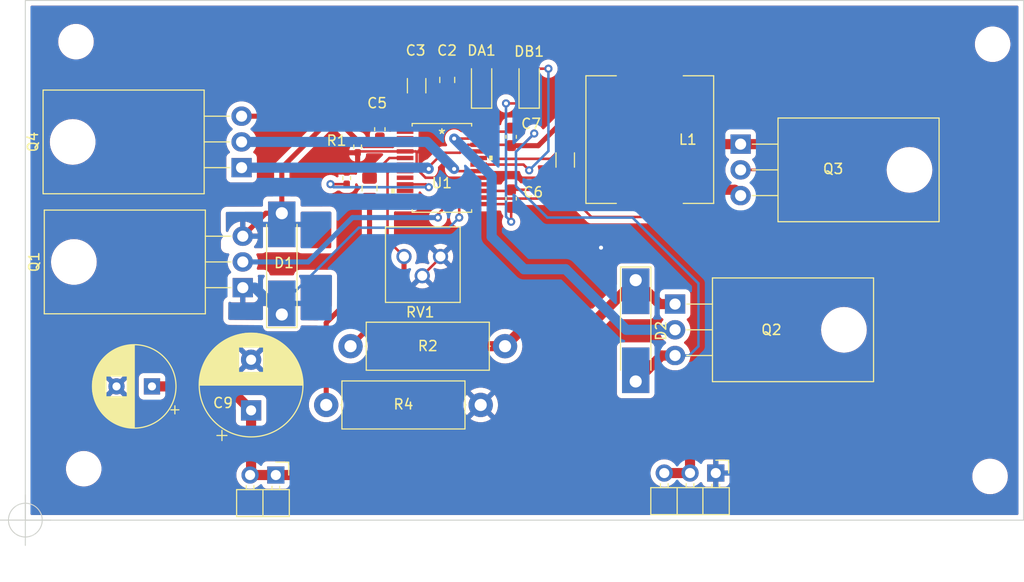
<source format=kicad_pcb>
(kicad_pcb (version 20211014) (generator pcbnew)
  (layers (0 "F.Cu" signal) (31 "B.Cu" signal) (34 "B.Paste" user) (35 "F.Paste" user) (36 "B.SilkS" user "B.Silkscreen") (37 "F.SilkS" user "F.Silkscreen") (38 "B.Mask" user) (39 "F.Mask" user) (44 "Edge.Cuts" user))
  (net 0 "")
  (net 1 "Vsense")
  (net 2 "Vout")
  (net 3 "FCB")
  (net 4 "Net-(C4-Pad2)")
  (net 5 "SENSE+")
  (net 6 "Vin")
  (net 7 "TG2")
  (net 8 "SW2")
  (net 9 "SW1")
  (net 10 "BG1")
  (net 11 "BG2")
  (net 12 "TG1")
  (net 14 "SS")
  (net 15 "Ith")
  (net 20 "Boost2")
  (net 21 "INTVCC")
  (net 23 "Boost1")
  (net 24 "GND")
  (footprint "Capacitor_SMD:C_1206_3216Metric_Pad1.33x1.80mm_HandSolder" (layer "F.Cu") (at 144.6 82.58 -90)
    (fp_text reference "C3" (at -3.48 0.1 180) (layer "F.SilkS"))
    (fp_text value "1uF" hide)
    (pad "1" smd roundrect (at -1.5625 0 270) (size 1.325 1.8) (layers "F.Cu" "F.Paste" "F.Mask") (roundrect_rratio 0.1886792453) (net 21 "INTVCC"))
    (pad "2" smd roundrect (at 1.5625 0 270) (size 1.325 1.8) (layers "F.Cu" "F.Paste" "F.Mask") (roundrect_rratio 0.1886792453) (net 24 "GND"))
  )
  (footprint "Diode_SMD:D_SOD-123" (layer "F.Cu") (at 151.01 82.55 90)
    (fp_text reference "DA1" (at 3.45 -0.01 180) (layer "F.SilkS"))
    (fp_text value "MBR0540L" hide)
    (pad "1" smd rect (at -1.65 0 90) (size 0.9 1.2) (layers "F.Cu" "F.Paste" "F.Mask") (net 23 "Boost1"))
    (pad "2" smd rect (at 1.65 0 90) (size 0.9 1.2) (layers "F.Cu" "F.Paste" "F.Mask") (net 21 "INTVCC"))
  )
  (footprint "Capacitor_THT:CP_Radial_D8.0mm_P3.50mm" (layer "F.Cu") (at 118.492651 112.268 180)
    (fp_text reference "C8" hide)
    (fp_text value "100uF" hide)
    (pad "1" thru_hole rect (at 0 0 180) (size 1.6 1.6) (drill 0.8) (layers *.Cu *.Mask) (net 2 "Vout"))
    (pad "2" thru_hole circle (at 3.5 0 180) (size 1.6 1.6) (drill 0.8) (layers *.Cu *.Mask) (net 24 "GND"))
  )
  (footprint "Resistor_SMD:R_0402_1005Metric_Pad0.72x0.64mm_HandSolder" (layer "F.Cu") (at 137.7 91.7025 -90)
    (fp_text reference "R3" hide)
    (fp_text value "0Ohm" hide)
    (pad "1" smd roundrect (at -0.5975 0 270) (size 0.715 0.64) (layers "F.Cu" "F.Paste" "F.Mask") (net 24 "GND"))
    (pad "2" smd roundrect (at 0.5975 0 270) (size 0.715 0.64) (layers "F.Cu" "F.Paste" "F.Mask") (net 3 "FCB"))
  )
  (footprint "Diode_SMD:D_MELF-RM10_Universal_Handsoldering" (layer "F.Cu") (at 131.3 100.17 90)
    (fp_text reference "D1" (at 0.09 0.22 180) (layer "F.SilkS"))
    (fp_text value "SS34-E3" hide)
    (pad "1" thru_hole rect (at -5 0 90) (size 4.5 2.7) (drill 1.19888 (offset 1.1 0)) (layers *.Cu *.Mask) (net 8 "SW2"))
    (pad "2" thru_hole rect (at 5 0 270) (size 4.5 2.7) (drill 1.19888 (offset 1.1 0)) (layers *.Cu *.Mask) (net 5 "SENSE+"))
  )
  (footprint "MountingHole:MountingHole_2.5mm" (layer "F.Cu") (at 201.422 78.486)
    (fp_text reference "H1" hide)
    (fp_text value "MountingHole" hide)
    (pad "" np_thru_hole circle (at 0 0) (size 2.5 2.5) (drill 2.5) (layers *.Cu *.Mask))
  )
  (footprint "Resistor_THT:R_Axial_DIN0414_L11.9mm_D4.5mm_P15.24mm_Horizontal" (layer "F.Cu") (at 138.08 108.3)
    (fp_text reference "R2" (at 7.62 -0.02) (layer "F.SilkS"))
    (fp_text value "105k" hide)
    (pad "1" thru_hole circle (at 0 0) (size 2.4 2.4) (drill 1.2) (layers *.Cu *.Mask) (net 1 "Vsense"))
    (pad "2" thru_hole oval (at 15.24 0) (size 2.4 2.4) (drill 1.2) (layers *.Cu *.Mask) (net 2 "Vout"))
  )
  (footprint "Imported:LTC3780IG-PBF" (layer "F.Cu") (at 147.09275 90.6925)
    (fp_text reference "U1" (at 0 1.5) (layer "F.SilkS"))
    (fp_text value "LTC3780IG-PBF" hide)
    (fp_text user "*" (at 0 -3.3) (layer "F.SilkS"))
    (pad "1" smd rect (at -3.6322 -3.57632) (size 1.639799 0.431) (layers "F.Cu" "F.Paste" "F.Mask"))
    (pad "2" smd rect (at -3.6322 -2.92608) (size 1.639799 0.431) (layers "F.Cu" "F.Paste" "F.Mask") (net 14 "SS"))
    (pad "3" smd rect (at -3.6322 -2.27584) (size 1.639799 0.431) (layers "F.Cu" "F.Paste" "F.Mask") (net 5 "SENSE+"))
    (pad "4" smd rect (at -3.6322 -1.6256) (size 1.639799 0.431) (layers "F.Cu" "F.Paste" "F.Mask") (net 24 "GND"))
    (pad "5" smd rect (at -3.6322 -0.97536) (size 1.639799 0.431) (layers "F.Cu" "F.Paste" "F.Mask") (net 15 "Ith"))
    (pad "6" smd rect (at -3.6322 -0.32512) (size 1.639799 0.431) (layers "F.Cu" "F.Paste" "F.Mask") (net 1 "Vsense"))
    (pad "7" smd rect (at -3.6322 0.32512) (size 1.639799 0.431) (layers "F.Cu" "F.Paste" "F.Mask") (net 24 "GND"))
    (pad "8" smd rect (at -3.6322 0.97536) (size 1.639799 0.431) (layers "F.Cu" "F.Paste" "F.Mask"))
    (pad "9" smd rect (at -3.6322 1.6256) (size 1.639799 0.431) (layers "F.Cu" "F.Paste" "F.Mask") (net 3 "FCB"))
    (pad "10" smd rect (at -3.6322 2.27584) (size 1.639799 0.431) (layers "F.Cu" "F.Paste" "F.Mask"))
    (pad "11" smd rect (at -3.6322 2.92608) (size 1.639799 0.431) (layers "F.Cu" "F.Paste" "F.Mask"))
    (pad "12" smd rect (at -3.6322 3.57632) (size 1.639799 0.431) (layers "F.Cu" "F.Paste" "F.Mask"))
    (pad "13" smd rect (at 3.6322 3.57632) (size 1.639799 0.431) (layers "F.Cu" "F.Paste" "F.Mask") (net 20 "Boost2"))
    (pad "14" smd rect (at 3.6322 2.92608) (size 1.639799 0.431) (layers "F.Cu" "F.Paste" "F.Mask") (net 7 "TG2"))
    (pad "15" smd rect (at 3.6322 2.27584) (size 1.639799 0.431) (layers "F.Cu" "F.Paste" "F.Mask") (net 8 "SW2"))
    (pad "16" smd rect (at 3.6322 1.6256) (size 1.639799 0.431) (layers "F.Cu" "F.Paste" "F.Mask") (net 11 "BG2"))
    (pad "17" smd rect (at 3.6322 0.97536) (size 1.639799 0.431) (layers "F.Cu" "F.Paste" "F.Mask") (net 24 "GND"))
    (pad "18" smd rect (at 3.6322 0.32512) (size 1.639799 0.431) (layers "F.Cu" "F.Paste" "F.Mask") (net 10 "BG1"))
    (pad "19" smd rect (at 3.6322 -0.32512) (size 1.639799 0.431) (layers "F.Cu" "F.Paste" "F.Mask") (net 21 "INTVCC"))
    (pad "20" smd rect (at 3.6322 -0.97536) (size 1.639799 0.431) (layers "F.Cu" "F.Paste" "F.Mask"))
    (pad "21" smd rect (at 3.6322 -1.6256) (size 1.639799 0.431) (layers "F.Cu" "F.Paste" "F.Mask") (net 6 "Vin"))
    (pad "22" smd rect (at 3.6322 -2.27584) (size 1.639799 0.431) (layers "F.Cu" "F.Paste" "F.Mask") (net 9 "SW1"))
    (pad "23" smd rect (at 3.6322 -2.92608) (size 1.639799 0.431) (layers "F.Cu" "F.Paste" "F.Mask") (net 12 "TG1"))
    (pad "24" smd rect (at 3.6322 -3.57632) (size 1.639799 0.431) (layers "F.Cu" "F.Paste" "F.Mask") (net 23 "Boost1"))
  )
  (footprint "Package_TO_SOT_THT:TO-220-3_Horizontal_TabDown" (layer "F.Cu") (at 170.094 104.14 -90)
    (fp_text reference "Q2" (at 2.54 -9.506 180) (layer "F.SilkS"))
    (fp_text value "RX3G07CGNC16" hide)
    (pad "" np_thru_hole oval (at 2.54 -16.66 270) (size 3.5 3.5) (drill 3.5) (layers *.Cu *.Mask))
    (pad "1" thru_hole rect (at 0 0 270) (size 1.905 2) (drill 1.1) (layers *.Cu *.Mask) (net 2 "Vout"))
    (pad "2" thru_hole oval (at 2.54 0 270) (size 1.905 2) (drill 1.1) (layers *.Cu *.Mask) (net 12 "TG1"))
    (pad "3" thru_hole oval (at 5.08 0 270) (size 1.905 2) (drill 1.1) (layers *.Cu *.Mask) (net 9 "SW1"))
  )
  (footprint "Resistor_THT:R_Axial_DIN0414_L11.9mm_D4.5mm_P15.24mm_Horizontal" (layer "F.Cu") (at 150.92 114.1 180)
    (fp_text reference "R4" (at 7.62 0.062) (layer "F.SilkS"))
    (fp_text value "20k" hide)
    (pad "1" thru_hole circle (at 0 0 180) (size 2.4 2.4) (drill 1.2) (layers *.Cu *.Mask) (net 24 "GND"))
    (pad "2" thru_hole oval (at 15.24 0 180) (size 2.4 2.4) (drill 1.2) (layers *.Cu *.Mask) (net 4 "Net-(C4-Pad2)"))
  )
  (footprint "Package_TO_SOT_THT:TO-220-3_Horizontal_TabDown" (layer "F.Cu") (at 127.45 102.52 90)
    (fp_text reference "Q1" (at 2.54 -20.58 90) (layer "F.SilkS"))
    (fp_text value "RX3G07CGNC16" hide)
    (pad "" np_thru_hole oval (at 2.54 -16.66 90) (size 3.5 3.5) (drill 3.5) (layers *.Cu *.Mask))
    (pad "1" thru_hole rect (at 0 0 90) (size 1.905 2) (drill 1.1) (layers *.Cu *.Mask) (net 8 "SW2"))
    (pad "2" thru_hole oval (at 2.54 0 90) (size 1.905 2) (drill 1.1) (layers *.Cu *.Mask) (net 11 "BG2"))
    (pad "3" thru_hole oval (at 5.08 0 90) (size 1.905 2) (drill 1.1) (layers *.Cu *.Mask) (net 5 "SENSE+"))
  )
  (footprint "Package_TO_SOT_THT:TO-220-3_Horizontal_TabDown" (layer "F.Cu") (at 176.56 88.35 -90)
    (fp_text reference "Q3" (at 2.44 -9.13 180) (layer "F.SilkS"))
    (fp_text value "RX3G07CGNC16" hide)
    (pad "" np_thru_hole oval (at 2.54 -16.66 270) (size 3.5 3.5) (drill 3.5) (layers *.Cu *.Mask))
    (pad "1" thru_hole rect (at 0 0 270) (size 1.905 2) (drill 1.1) (layers *.Cu *.Mask) (net 6 "Vin"))
    (pad "2" thru_hole oval (at 2.54 0 270) (size 1.905 2) (drill 1.1) (layers *.Cu *.Mask) (net 7 "TG2"))
    (pad "3" thru_hole oval (at 5.08 0 270) (size 1.905 2) (drill 1.1) (layers *.Cu *.Mask) (net 8 "SW2"))
  )
  (footprint "MountingHole:MountingHole_2.5mm" (layer "F.Cu") (at 111.76 120.396)
    (fp_text reference "H4" hide)
    (fp_text value "MountingHole" hide)
    (pad "" np_thru_hole circle (at 0 0) (size 2.5 2.5) (drill 2.5) (layers *.Cu *.Mask))
  )
  (footprint "Custom:PinHeader_1x03_P2.54mm_Horizontal" (layer "F.Cu") (at 174.11 120.825 -90)
    (fp_text reference "J1" hide)
    (fp_text value "PwrIn")
    (pad "1" thru_hole rect (at 0 0 270) (size 1.7 1.7) (drill 1) (layers *.Cu *.Mask) (net 24 "GND"))
    (pad "2" thru_hole oval (at 0 2.54 270) (size 1.7 1.7) (drill 1) (layers *.Cu *.Mask) (net 6 "Vin"))
    (pad "3" thru_hole oval (at 0 5.08 270) (size 1.7 1.7) (drill 1) (layers *.Cu *.Mask) (net 6 "Vin"))
  )
  (footprint "Capacitor_SMD:C_0603_1608Metric_Pad1.08x0.95mm_HandSolder" (layer "F.Cu") (at 140.97 86.868 90)
    (fp_text reference "C5" (at 2.568 -0.27 180) (layer "F.SilkS"))
    (fp_text value ".1uF" hide)
    (pad "1" smd roundrect (at -0.8625 0 90) (size 1.075 0.95) (layers "F.Cu" "F.Paste" "F.Mask") (net 14 "SS"))
    (pad "2" smd roundrect (at 0.8625 0 90) (size 1.075 0.95) (layers "F.Cu" "F.Paste" "F.Mask") (net 24 "GND"))
  )
  (footprint "Potentiometer_Imported:CT-6EW" (layer "F.Cu") (at 145.1555 100.0455 180)
    (fp_text reference "RV1" (at 0.2 -4.9) (layer "F.SilkS"))
    (fp_text value "~7.5K" hide)
    (pad "1" thru_hole circle (at 1.8 0.6 180) (size 1.4986 1.4986) (drill 0.9906) (layers *.Cu *.Mask) (net 1 "Vsense"))
    (pad "2" thru_hole circle (at 0 -1.3 180) (size 1.4986 1.4986) (drill 0.9906) (layers *.Cu *.Mask) (net 24 "GND"))
    (pad "3" thru_hole circle (at -1.8 0.6 180) (size 1.4986 1.4986) (drill 0.9906) (layers *.Cu *.Mask) (net 24 "GND"))
  )
  (footprint "Capacitor_THT:CP_Radial_D10.0mm_P5.00mm" (layer "F.Cu") (at 128.27 114.635677 90)
    (fp_text reference "C9" (at 0.735677 -2.77 180) (layer "F.SilkS"))
    (fp_text value "330uF" hide)
    (pad "1" thru_hole rect (at 0 0 90) (size 2 2) (drill 1) (layers *.Cu *.Mask) (net 2 "Vout"))
    (pad "2" thru_hole circle (at 5 0 90) (size 2 2) (drill 1) (layers *.Cu *.Mask) (net 24 "GND"))
  )
  (footprint "Capacitor_SMD:C_0805_2012Metric_Pad1.18x1.45mm_HandSolder" (layer "F.Cu") (at 139.954 92.71 -90)
    (fp_text reference "C4" hide)
    (fp_text value "2200pF" hide)
    (pad "1" smd roundrect (at -1.0375 0 270) (size 1.175 1.45) (layers "F.Cu" "F.Paste" "F.Mask") (roundrect_rratio 0.2127659574) (net 15 "Ith"))
    (pad "2" smd roundrect (at 1.0375 0 270) (size 1.175 1.45) (layers "F.Cu" "F.Paste" "F.Mask") (roundrect_rratio 0.2127659574) (net 4 "Net-(C4-Pad2)"))
  )
  (footprint "MountingHole:MountingHole_2.5mm" (layer "F.Cu") (at 201.168 121.158)
    (fp_text reference "H3" hide)
    (fp_text value "MountingHole" hide)
    (pad "" np_thru_hole circle (at 0 0) (size 2.5 2.5) (drill 2.5) (layers *.Cu *.Mask))
  )
  (footprint "Inductor_SMD:L_12x12mm_H8mm" (layer "F.Cu") (at 167.6 87.9 -90)
    (fp_text reference "L1" (at 0 -3.75 180) (layer "F.SilkS"))
    (fp_text value "4.7uH" hide)
    (pad "1" smd rect (at -4.95 0 270) (size 2.9 5.4) (layers "F.Cu" "F.Paste" "F.Mask") (net 9 "SW1"))
    (pad "2" smd rect (at 4.95 0 270) (size 2.9 5.4) (layers "F.Cu" "F.Paste" "F.Mask") (net 8 "SW2"))
  )
  (footprint "Capacitor_SMD:C_0603_1608Metric_Pad1.08x0.95mm_HandSolder" (layer "F.Cu") (at 153.924 87.63 90)
    (fp_text reference "C7" (at 1.29 1.966 180) (layer "F.SilkS"))
    (fp_text value ".1uF" hide)
    (pad "1" smd roundrect (at -0.8625 0 90) (size 1.075 0.95) (layers "F.Cu" "F.Paste" "F.Mask") (net 9 "SW1"))
    (pad "2" smd roundrect (at 0.8625 0 90) (size 1.075 0.95) (layers "F.Cu" "F.Paste" "F.Mask") (net 23 "Boost1"))
  )
  (footprint "Resistor_SMD:R_0402_1005Metric_Pad0.72x0.64mm_HandSolder" (layer "F.Cu") (at 138.78 88.6 -90)
    (fp_text reference "R1" (at -0.6 2.08 180) (layer "F.SilkS"))
    (fp_text value "10mOhm" hide)
    (pad "1" smd roundrect (at -0.5975 0 270) (size 0.715 0.64) (layers "F.Cu" "F.Paste" "F.Mask") (net 5 "SENSE+"))
    (pad "2" smd roundrect (at 0.5975 0 270) (size 0.715 0.64) (layers "F.Cu" "F.Paste" "F.Mask") (net 24 "GND"))
  )
  (footprint "Custom:PinHeader_1x02_P2.54mm_Horizontal" (layer "F.Cu") (at 130.71 121.02 -90)
    (fp_text reference "J2" hide)
    (fp_text value "PwrOut")
    (pad "1" thru_hole rect (at 0 0 270) (size 1.7 1.7) (drill 1) (layers *.Cu *.Mask) (net 2 "Vout"))
    (pad "2" thru_hole oval (at 0 2.54 270) (size 1.7 1.7) (drill 1) (layers *.Cu *.Mask) (net 2 "Vout"))
  )
  (footprint "Diode_SMD:D_MELF-RM10_Universal_Handsoldering" (layer "F.Cu") (at 166.21 106.78 -90)
    (fp_text reference "D2" (at 0 -2.5 90) (layer "F.SilkS"))
    (fp_text value "SS32-E3" hide)
    (pad "1" thru_hole rect (at -5 0 270) (size 4.5 2.7) (drill 1.19888 (offset 1.1 0)) (layers *.Cu *.Mask) (net 2 "Vout"))
    (pad "2" thru_hole rect (at 5 0 90) (size 4.5 2.7) (drill 1.19888 (offset 1.1 0)) (layers *.Cu *.Mask) (net 9 "SW1"))
  )
  (footprint "Capacitor_SMD:C_1206_3216Metric_Pad1.33x1.80mm_HandSolder" (layer "F.Cu") (at 159.258 89.916 -90)
    (fp_text reference "C1" hide)
    (fp_text value "22uF" hide)
    (pad "1" smd roundrect (at -1.5625 0 270) (size 1.325 1.8) (layers "F.Cu" "F.Paste" "F.Mask") (roundrect_rratio 0.1886792453) (net 6 "Vin"))
    (pad "2" smd roundrect (at 1.5625 0 270) (size 1.325 1.8) (layers "F.Cu" "F.Paste" "F.Mask") (roundrect_rratio 0.1886792453) (net 24 "GND"))
  )
  (footprint "Capacitor_SMD:C_0805_2012Metric_Pad1.18x1.45mm_HandSolder" (layer "F.Cu") (at 147.62 82.01 -90)
    (fp_text reference "C2" (at -2.91 0.02 180) (layer "F.SilkS"))
    (fp_text value "4.7uF" hide)
    (pad "1" smd roundrect (at -1.0375 0 270) (size 1.175 1.45) (layers "F.Cu" "F.Paste" "F.Mask") (roundrect_rratio 0.2127659574) (net 21 "INTVCC"))
    (pad "2" smd roundrect (at 1.0375 0 270) (size 1.175 1.45) (layers "F.Cu" "F.Paste" "F.Mask") (roundrect_rratio 0.2127659574) (net 24 "GND"))
  )
  (footprint "Capacitor_SMD:C_0603_1608Metric_Pad1.08x0.95mm_HandSolder" (layer "F.Cu") (at 153.924 93.726 -90)
    (fp_text reference "C6" (at -0.626 -2.176 180) (layer "F.SilkS"))
    (fp_text value ".1uF" hide)
    (pad "1" smd roundrect (at -0.8625 0 270) (size 1.075 0.95) (layers "F.Cu" "F.Paste" "F.Mask") (net 8 "SW2"))
    (pad "2" smd roundrect (at 0.8625 0 270) (size 1.075 0.95) (layers "F.Cu" "F.Paste" "F.Mask") (net 20 "Boost2"))
  )
  (footprint "Package_TO_SOT_THT:TO-220-3_Horizontal_TabDown" (layer "F.Cu") (at 127.33 90.67 90)
    (fp_text reference "Q4" (at 2.54 -20.58 90) (layer "F.SilkS"))
    (fp_text value "RX3G07CGNC16")
    (pad "" np_thru_hole oval (at 2.54 -16.66 90) (size 3.5 3.5) (drill 3.5) (layers *.Cu *.Mask))
    (pad "1" thru_hole rect (at 0 0 90) (size 1.905 2) (drill 1.1) (layers *.Cu *.Mask) (net 9 "SW1"))
    (pad "2" thru_hole oval (at 2.54 0 90) (size 1.905 2) (drill 1.1) (layers *.Cu *.Mask) (net 10 "BG1"))
    (pad "3" thru_hole oval (at 5.08 0 90) (size 1.905 2) (drill 1.1) (layers *.Cu *.Mask) (net 5 "SENSE+"))
  )
  (footprint "MountingHole:MountingHole_2.5mm" (layer "F.Cu") (at 110.998 78.232)
    (fp_text reference "H2" hide)
    (fp_text value "MountingHole" hide)
    (pad "" np_thru_hole circle (at 0 0) (size 2.5 2.5) (drill 2.5) (layers *.Cu *.Mask))
  )
  (footprint "Diode_SMD:D_SOD-123" (layer "F.Cu") (at 155.702 82.55 90)
    (fp_text reference "DB1" (at 3.35 -0.002 180) (layer "F.SilkS"))
    (fp_text value "MBR0540L" hide)
    (pad "1" smd rect (at -1.65 0 90) (size 0.9 1.2) (layers "F.Cu" "F.Paste" "F.Mask") (net 20 "Boost2"))
    (pad "2" smd rect (at 1.65 0 90) (size 0.9 1.2) (layers "F.Cu" "F.Paste" "F.Mask") (net 21 "INTVCC"))
  )
  (gr_rect (start 106 74.168) (end 204.478 125.476) (layer "Edge.Cuts") (width 0.1) (fill none))
  (target plus (at 106 125.47) (size 5) (width 0.1) (layer "Edge.Cuts"))
  (segment (start 143.3555 99.4455) (end 141.732 97.822) (width 0.25) (layer "F.Cu") (net 1))
  (segment (start 143.3555 103.0245) (end 143.3555 99.4455) (width 0.5) (layer "F.Cu") (net 1))
  (segment (start 141.732 97.822) (end 141.732 91.186) (width 0.25) (layer "F.Cu") (net 1))
  (segment (start 142.55062 90.36738) (end 143.46055 90.36738) (width 0.25) (layer "F.Cu") (net 1))
  (segment (start 141.732 91.186) (end 142.55062 90.36738) (width 0.25) (layer "F.Cu") (net 1))
  (segment (start 138.08 108.3) (end 143.3555 103.0245) (width 0.5) (layer "F.Cu") (net 1))
  (segment (start 141.175 121.025) (end 141.17 121.02) (width 1) (layer "F.Cu") (net 2))
  (segment (start 128.27 120.92) (end 128.17 121.02) (width 1) (layer "F.Cu") (net 2))
  (segment (start 168.57 104.14) (end 166.21 101.78) (width 1) (layer "F.Cu") (net 2))
  (segment (start 141.17 121.02) (end 128.17 121.02) (width 1) (layer "F.Cu") (net 2))
  (segment (start 128.27 114.635677) (end 128.27 120.92) (width 1) (layer "F.Cu") (net 2))
  (segment (start 153.32 108.3) (end 150.3 108.3) (width 1) (layer "F.Cu") (net 2))
  (segment (start 162.39 105.6) (end 166.21 101.78) (width 1) (layer "F.Cu") (net 2))
  (segment (start 170.094 104.14) (end 168.57 104.14) (width 1) (layer "F.Cu") (net 2))
  (segment (start 125.902323 112.268) (end 128.27 114.635677) (width 1) (layer "F.Cu") (net 2))
  (segment (start 146.5 115.7) (end 141.175 121.025) (width 1) (layer "F.Cu") (net 2))
  (segment (start 150.3 108.3) (end 146.5 112.1) (width 1) (layer "F.Cu") (net 2))
  (segment (start 118.492651 112.268) (end 125.902323 112.268) (width 1) (layer "F.Cu") (net 2))
  (segment (start 146.5 115.7) (end 146.5 112.1) (width 1) (layer "F.Cu") (net 2))
  (segment (start 153.32 108.3) (end 156.02 105.6) (width 1) (layer "F.Cu") (net 2))
  (segment (start 156.02 105.6) (end 162.39 105.6) (width 1) (layer "F.Cu") (net 2))
  (segment (start 136.1 92.3) (end 137.7 92.3) (width 0.25) (layer "F.Cu") (net 3))
  (segment (start 143.46055 92.3181) (end 145.5181 92.3181) (width 0.25) (layer "F.Cu") (net 3))
  (segment (start 145.5181 92.3181) (end 145.8 92.6) (width 0.25) (layer "F.Cu") (net 3))
  (via (at 136.1 92.3) (size 0.8) (drill 0.4) (layers "F.Cu" "B.Cu") (net 3))
  (via (at 145.8 92.6) (size 0.8) (drill 0.4) (layers "F.Cu" "B.Cu") (net 3))
  (segment (start 136.1 92.3) (end 136.4 92.6) (width 0.25) (layer "B.Cu") (net 3))
  (segment (start 136.4 92.6) (end 145.8 92.6) (width 0.25) (layer "B.Cu") (net 3))
  (segment (start 139.954 93.7475) (end 139.954 101.715022) (width 0.5) (layer "F.Cu") (net 4))
  (segment (start 135.68 105.989022) (end 135.68 114.1) (width 0.5) (layer "F.Cu") (net 4))
  (segment (start 139.954 101.715022) (end 135.68 105.989022) (width 0.5) (layer "F.Cu") (net 4))
  (segment (start 138.78 88.0025) (end 136.3755 85.598) (width 0.5) (layer "F.Cu") (net 5))
  (segment (start 142.44072 88.41666) (end 142.24 88.61738) (width 0.25) (layer "F.Cu") (net 5))
  (segment (start 131.3 95.17) (end 129.72 95.17) (width 0.5) (layer "F.Cu") (net 5))
  (segment (start 136.3755 85.598) (end 131.3 90.6735) (width 0.5) (layer "F.Cu") (net 5))
  (segment (start 136.3755 85.598) (end 136.3675 85.59) (width 0.5) (layer "F.Cu") (net 5))
  (segment (start 142.24 88.61738) (end 139.39488 88.61738) (width 0.25) (layer "F.Cu") (net 5))
  (segment (start 143.46055 88.41666) (end 142.44072 88.41666) (width 0.25) (layer "F.Cu") (net 5))
  (segment (start 129.72 95.17) (end 127.45 97.44) (width 0.5) (layer "F.Cu") (net 5))
  (segment (start 131.3 90.6735) (end 131.3 95.17) (width 0.5) (layer "F.Cu") (net 5))
  (segment (start 139.39488 88.61738) (end 138.78 88.0025) (width 0.25) (layer "F.Cu") (net 5))
  (segment (start 136.3675 85.59) (end 127.33 85.59) (width 0.5) (layer "F.Cu") (net 5))
  (segment (start 171.57 120.825) (end 169.03 120.825) (width 1) (layer "F.Cu") (net 6))
  (segment (start 181.87 88.35) (end 183.89 90.37) (width 1) (layer "F.Cu") (net 6))
  (segment (start 159.2615 88.35) (end 176.56 88.35) (width 1) (layer "F.Cu") (net 6))
  (segment (start 157.8115 89.8) (end 159.258 88.3535) (width 0.25) (layer "F.Cu") (net 6))
  (segment (start 176.56 88.35) (end 181.87 88.35) (width 1) (layer "F.Cu") (net 6))
  (segment (start 151.759131 89.0669) (end 152.492231 89.8) (width 0.25) (layer "F.Cu") (net 6))
  (segment (start 183.89 102.93) (end 171.57 115.25) (width 1) (layer "F.Cu") (net 6))
  (segment (start 150.72495 89.0669) (end 151.759131 89.0669) (width 0.25) (layer "F.Cu") (net 6))
  (segment (start 171.57 115.25) (end 171.57 120.825) (width 1) (layer "F.Cu") (net 6))
  (segment (start 183.89 90.37) (end 183.89 102.93) (width 1) (layer "F.Cu") (net 6))
  (segment (start 159.258 88.3535) (end 159.2615 88.35) (width 0.25) (layer "F.Cu") (net 6))
  (segment (start 152.492231 89.8) (end 157.8115 89.8) (width 0.25) (layer "F.Cu") (net 6))
  (segment (start 150.83189 93.72552) (end 150.72495 93.61858) (width 0.25) (layer "F.Cu") (net 7))
  (segment (start 180.02 95.54) (end 180.3 95.26) (width 0.25) (layer "F.Cu") (net 7))
  (segment (start 178.49 90.89) (end 176.56 90.89) (width 0.25) (layer "F.Cu") (net 7))
  (segment (start 180.3 95.26) (end 180.3 92.7) (width 0.25) (layer "F.Cu") (net 7))
  (segment (start 160.02552 93.72552) (end 161.84 95.54) (width 0.25) (layer "F.Cu") (net 7))
  (segment (start 161.84 95.54) (end 180.02 95.54) (width 0.25) (layer "F.Cu") (net 7))
  (segment (start 160.02552 93.72552) (end 150.83189 93.72552) (width 0.25) (layer "F.Cu") (net 7))
  (segment (start 180.3 92.7) (end 178.49 90.89) (width 0.25) (layer "F.Cu") (net 7))
  (segment (start 150.72495 92.96834) (end 149.690769 92.96834) (width 0.25) (layer "F.Cu") (net 8))
  (segment (start 175.98 92.85) (end 176.56 93.43) (width 1) (layer "F.Cu") (net 8))
  (segment (start 153.924 92.8635) (end 153.9375 92.85) (width 0.25) (layer "F.Cu") (net 8))
  (segment (start 148.8 93.859109) (end 148.8 95.6) (width 0.25) (layer "F.Cu") (net 8))
  (segment (start 150.72495 92.96834) (end 153.81916 92.96834) (width 0.25) (layer "F.Cu") (net 8))
  (segment (start 167.6 92.85) (end 175.98 92.85) (width 1) (layer "F.Cu") (net 8))
  (segment (start 149.690769 92.96834) (end 148.8 93.859109) (width 0.25) (layer "F.Cu") (net 8))
  (segment (start 153.9375 92.85) (end 167.6 92.85) (width 0.25) (layer "F.Cu") (net 8))
  (via (at 148.8 95.6) (size 0.8) (drill 0.4) (layers "F.Cu" "B.Cu") (net 8))
  (segment (start 147.8 96.6) (end 148.8 95.6) (width 0.25) (layer "B.Cu") (net 8))
  (segment (start 131.3 105.17) (end 131.3 104.2) (width 0.25) (layer "B.Cu") (net 8))
  (segment (start 131.3 105.17) (end 128.65 102.52) (width 1) (layer "B.Cu") (net 8))
  (segment (start 138.9 96.6) (end 147.8 96.6) (width 0.25) (layer "B.Cu") (net 8))
  (segment (start 128.65 102.52) (end 127.45 102.52) (width 1) (layer "B.Cu") (net 8))
  (segment (start 131.3 104.2) (end 138.9 96.6) (width 0.25) (layer "B.Cu") (net 8))
  (segment (start 162.15 82.95) (end 167.6 82.95) (width 0.5) (layer "F.Cu") (net 9))
  (segment (start 155.0075 88.4925) (end 153.924 88.4925) (width 0.25) (layer "F.Cu") (net 9))
  (segment (start 150.72495 88.41666) (end 149.655051 88.41666) (width 0.25) (layer "F.Cu") (net 9))
  (segment (start 153.924 88.4925) (end 153.84816 88.41666) (width 0.25) (layer "F.Cu") (net 9))
  (segment (start 147.2 89.2) (end 145.8 90.6) (width 0.25) (layer "F.Cu") (net 9))
  (segment (start 153.9315 88.5) (end 156.6 88.5) (width 0.5) (layer "F.Cu") (net 9))
  (segment (start 156.6 88.5) (end 162.15 82.95) (width 0.5) (layer "F.Cu") (net 9))
  (segment (start 153.84816 88.41666) (end 150.72495 88.41666) (width 0.25) (layer "F.Cu") (net 9))
  (segment (start 153.924 88.4925) (end 153.9315 88.5) (width 0.25) (layer "F.Cu") (net 9))
  (segment (start 145.8 90.6) (end 145.8 90.8) (width 0.5) (layer "F.Cu") (net 9))
  (segment (start 148.871711 89.2) (end 147.2 89.2) (width 0.25) (layer "F.Cu") (net 9))
  (segment (start 149.655051 88.41666) (end 148.871711 89.2) (width 0.25) (layer "F.Cu") (net 9))
  (segment (start 168.77 109.22) (end 166.21 111.78) (width 1) (layer "F.Cu") (net 9))
  (segment (start 170.094 109.22) (end 168.77 109.22) (width 1) (layer "F.Cu") (net 9))
  (segment (start 156.2 87.3) (end 155.0075 88.4925) (width 0.25) (layer "F.Cu") (net 9))
  (via (at 145.8 90.8) (size 0.8) (drill 0.4) (layers "F.Cu" "B.Cu") (net 9))
  (via (at 156.2 87.3) (size 0.8) (drill 0.4) (layers "F.Cu" "B.Cu") (net 9))
  (segment (start 156.2 87.3) (end 154.4 89.1) (width 0.25) (layer "B.Cu") (net 9))
  (segment (start 145.67 90.67) (end 145.8 90.8) (width 1) (layer "B.Cu") (net 9))
  (segment (start 157.5 95.6) (end 165.9 95.6) (width 0.25) (layer "B.Cu") (net 9))
  (segment (start 171.48 109.22) (end 170.094 109.22) (width 0.25) (layer "B.Cu") (net 9))
  (segment (start 154.4 92.5) (end 157.5 95.6) (width 0.25) (layer "B.Cu") (net 9))
  (segment (start 172.4 102.1) (end 172.4 108.3) (width 0.25) (layer "B.Cu") (net 9))
  (segment (start 127.33 90.67) (end 145.67 90.67) (width 1) (layer "B.Cu") (net 9))
  (segment (start 172.4 108.3) (end 171.48 109.22) (width 0.25) (layer "B.Cu") (net 9))
  (segment (start 165.9 95.6) (end 172.4 102.1) (width 0.25) (layer "B.Cu") (net 9))
  (segment (start 154.4 89.1) (end 154.4 92.5) (width 0.25) (layer "B.Cu") (net 9))
  (segment (start 148.51762 91.01762) (end 148.3 90.8) (width 0.25) (layer "F.Cu") (net 10))
  (segment (start 150.72495 91.01762) (end 148.51762 91.01762) (width 0.25) (layer "F.Cu") (net 10))
  (via (at 148.3 90.8) (size 0.8) (drill 0.4) (layers "F.Cu" "B.Cu") (net 10))
  (segment (start 145.63 88.13) (end 127.33 88.13) (width 1) (layer "B.Cu") (net 10))
  (segment (start 148.3 90.8) (end 145.63 88.13) (width 1) (layer "B.Cu") (net 10))
  (segment (start 146.7 95.273151) (end 146.7 95.6) (width 0.25) (layer "F.Cu") (net 11))
  (segment (start 149.655051 92.3181) (end 146.7 95.273151) (width 0.25) (layer "F.Cu") (net 11))
  (segment (start 150.72495 92.3181) (end 149.655051 92.3181) (width 0.25) (layer "F.Cu") (net 11))
  (via (at 146.7 95.6) (size 0.8) (drill 0.4) (layers "F.Cu" "B.Cu") (net 11))
  (segment (start 138.269022 95.6) (end 133.889022 99.98) (width 0.5) (layer "B.Cu") (net 11))
  (segment (start 146.7 95.6) (end 138.269022 95.6) (width 0.5) (layer "B.Cu") (net 11))
  (segment (start 133.889022 99.98) (end 127.45 99.98) (width 0.5) (layer "B.Cu") (net 11))
  (segment (start 150.69137 87.8) (end 150.72495 87.76642) (width 0.25) (layer "F.Cu") (net 12))
  (segment (start 148.3 87.8) (end 150.69137 87.8) (width 0.25) (layer "F.Cu") (net 12))
  (via (at 148.3 87.8) (size 0.8) (drill 0.4) (layers "F.Cu" "B.Cu") (net 12))
  (segment (start 165.28 106.68) (end 159.3 100.7) (width 1) (layer "B.Cu") (net 12))
  (segment (start 155.2 100.7) (end 152 97.5) (width 1) (layer "B.Cu") (net 12))
  (segment (start 159.3 100.7) (end 155.2 100.7) (width 1) (layer "B.Cu") (net 12))
  (segment (start 170.094 106.68) (end 165.28 106.68) (width 1) (layer "B.Cu") (net 12))
  (segment (start 152 91.5) (end 148.3 87.8) (width 1) (layer "B.Cu") (net 12))
  (segment (start 152 97.5) (end 152 91.5) (width 1) (layer "B.Cu") (net 12))
  (segment (start 141.00592 87.76642) (end 143.46055 87.76642) (width 0.25) (layer "F.Cu") (net 14))
  (segment (start 140.97 87.7305) (end 141.00592 87.76642) (width 0.25) (layer "F.Cu") (net 14))
  (segment (start 141.90936 89.71714) (end 143.46055 89.71714) (width 0.25) (layer "F.Cu") (net 15))
  (segment (start 139.954 91.6725) (end 141.90936 89.71714) (width 0.25) (layer "F.Cu") (net 15))
  (segment (start 153.924 94.5885) (end 153.924 96.012) (width 0.25) (layer "F.Cu") (net 20))
  (segment (start 155.574 84.328) (end 155.702 84.2) (width 0.25) (layer "F.Cu") (net 20))
  (segment (start 153.60432 94.26882) (end 153.924 94.5885) (width 0.25) (layer "F.Cu") (net 20))
  (segment (start 153.416 84.328) (end 155.574 84.328) (width 0.25) (layer "F.Cu") (net 20))
  (segment (start 150.72495 94.26882) (end 153.60432 94.26882) (width 0.25) (layer "F.Cu") (net 20))
  (via (at 153.416 84.328) (size 0.8) (drill 0.4) (layers "F.Cu" "B.Cu") (net 20))
  (via (at 153.924 96.012) (size 0.8) (drill 0.4) (layers "F.Cu" "B.Cu") (net 20))
  (segment (start 153.416 95.504) (end 153.924 96.012) (width 0.25) (layer "B.Cu") (net 20))
  (segment (start 153.416 84.328) (end 153.416 95.504) (width 0.25) (layer "B.Cu") (net 20))
  (segment (start 147.62 80.9725) (end 147.6925 80.9) (width 0.25) (layer "F.Cu") (net 21))
  (segment (start 144.6 81.0175) (end 147.575 81.0175) (width 0.25) (layer "F.Cu") (net 21))
  (segment (start 155.702 80.9) (end 157.6 80.9) (width 0.25) (layer "F.Cu") (net 21))
  (segment (start 147.6925 80.9) (end 151.01 80.9) (width 0.25) (layer "F.Cu") (net 21))
  (segment (start 150.72495 90.36738) (end 155.13738 90.36738) (width 0.25) (layer "F.Cu") (net 21))
  (segment (start 155.13738 90.36738) (end 155.702 90.932) (width 0.25) (layer "F.Cu") (net 21))
  (segment (start 151.01 80.9) (end 155.702 80.9) (width 0.25) (layer "F.Cu") (net 21))
  (segment (start 147.575 81.0175) (end 147.62 80.9725) (width 0.25) (layer "F.Cu") (net 21))
  (via (at 155.702 90.932) (size 0.8) (drill 0.4) (layers "F.Cu" "B.Cu") (net 21))
  (via (at 157.6 80.9) (size 0.8) (drill 0.4) (layers "F.Cu" "B.Cu") (net 21))
  (segment (start 157.6 89.034) (end 155.702 90.932) (width 0.25) (layer "B.Cu") (net 21))
  (segment (start 157.6 80.9) (end 157.6 89.034) (width 0.25) (layer "B.Cu") (net 21))
  (segment (start 150.72495 87.11618) (end 153.57532 87.11618) (width 0.25) (layer "F.Cu") (net 23))
  (segment (start 151.01 84.2) (end 151.01 86.83113) (width 0.25) (layer "F.Cu") (net 23))
  (segment (start 151.01 86.83113) (end 150.72495 87.11618) (width 0.25) (layer "F.Cu") (net 23))
  (segment (start 153.57532 87.11618) (end 153.924 86.7675) (width 0.25) (layer "F.Cu") (net 23))
  (segment (start 160.02 123.2) (end 150.92 114.1) (width 0.25) (layer "F.Cu") (net 24))
  (segment (start 144.60496 90.79504) (end 144.38238 91.01762) (width 0.25) (layer "F.Cu") (net 24))
  (segment (start 150.72495 91.66786) (end 159.06864 91.66786) (width 0.25) (layer "F.Cu") (net 24))
  (segment (start 144.60496 90.79504) (end 145.47778 91.66786) (width 0.25) (layer "F.Cu") (net 24))
  (segment (start 142.833 84.1425) (end 140.97 86.0055) (width 0.25) (layer "F.Cu") (net 24))
  (segment (start 173.6 123.2) (end 160.02 123.2) (width 0.25) (layer "F.Cu") (net 24))
  (segment (start 138.78 89.1975) (end 138.78 90.2225) (width 0.25) (layer "F.Cu") (net 24))
  (segment (start 138.78 89.1975) (end 138.9106 89.0669) (width 0.25) (layer "F.Cu") (net 24))
  (segment (start 145.47778 91.66786) (end 150.72495 91.66786) (width 0.25) (layer "F.Cu") (net 24))
  (segment (start 138.9106 89.0669) (end 143.46055 89.0669) (width 0.25) (layer "F.Cu") (net 24))
  (segment (start 145.1555 101.3455) (end 146.9555 99.5455) (width 0.25) (layer "F.Cu") (net 24))
  (segment (start 147.62 83.0475) (end 145.695 83.0475) (width 0.25) (layer "F.Cu") (net 24))
  (segment (start 144.530449 89.0669) (end 144.60496 89.141411) (width 0.25) (layer "F.Cu") (net 24))
  (segment (start 144.38238 91.01762) (end 143.46055 91.01762) (width 0.25) (layer "F.Cu") (net 24))
  (segment (start 174.11 122.69) (end 174.11 120.825) (width 0.25) (layer "F.Cu") (net 24))
  (segment (start 144.60496 89.141411) (end 144.60496 90.79504) (width 0.25) (layer "F.Cu") (net 24))
  (segment (start 173.6 123.2) (end 174.11 122.69) (width 0.25) (layer "F.Cu") (net 24))
  (segment (start 145.695 83.0475) (end 144.6 84.1425) (width 0.25) (layer "F.Cu") (net 24))
  (segment (start 144.8 84.3425) (end 144.6 84.1425) (width 0.25) (layer "F.Cu") (net 24))
  (segment (start 144.6 84.1425) (end 142.833 84.1425) (width 0.25) (layer "F.Cu") (net 24))
  (segment (start 146.9555 99.5455) (end 146.9555 99.4455) (width 0.25) (layer "F.Cu") (net 24))
  (segment (start 143.46055 89.0669) (end 144.530449 89.0669) (width 0.25) (layer "F.Cu") (net 24))
  (segment (start 138.78 90.2225) (end 137.7 91.3025) (width 0.25) (layer "F.Cu") (net 24))
  (segment (start 159.06864 91.66786) (end 159.258 91.4785) (width 0.25) (layer "F.Cu") (net 24))
  (via (at 162.79 98.57) (size 0.8) (drill 0.4) (layers "F.Cu" "B.Cu") (net 24))
  (zone (net 5) (net_name "SENSE+") (layers F&B.Cu) (name "SENSE+") (priority 2) (connect_pads (clearance 0.508)) (min_thickness 0.254) (fill yes (thermal_gap 0.508) (thermal_bridge_width 0.508))
    (polygon (pts (xy 136.19 95.01) (xy 136.18 98.63) (xy 125.79 98.62) (xy 125.78 94.97) (xy 125.92 95.03)))
  )
  (zone (net 24) (net_name "GND") (layers F&B.Cu) (name "GND") (connect_pads (clearance 0.508)) (min_thickness 0.254) (fill yes (thermal_gap 0.508) (thermal_bridge_width 0.508))
    (polygon (pts (xy 204.08 125) (xy 106.4 125) (xy 106.41 74.4) (xy 204.08 74.4)))
  )
  (zone (net 8) (net_name "SW2") (layers F&B.Cu) (name "SW2") (priority 2) (connect_pads (clearance 0.508)) (min_thickness 0.254) (fill yes (thermal_gap 0.508) (thermal_bridge_width 0.508))
    (polygon (pts (xy 136.25 101.26) (xy 136.22 105.76) (xy 126.02 105.7) (xy 126.05 101.25)))
  )
)
</source>
